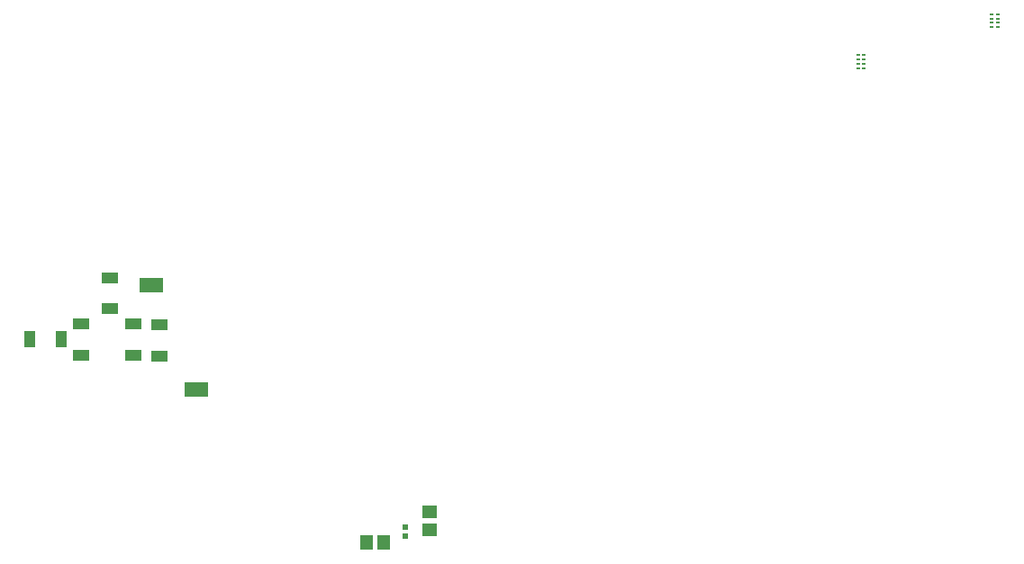
<source format=gbr>
%TF.GenerationSoftware,Altium Limited,Altium Designer,25.8.1 (18)*%
G04 Layer_Color=128*
%FSLAX45Y45*%
%MOMM*%
%TF.SameCoordinates,C91546C2-10F2-4142-A55A-9FF34A01A7B4*%
%TF.FilePolarity,Positive*%
%TF.FileFunction,Paste,Bot*%
%TF.Part,Single*%
G01*
G75*
%TA.AperFunction,SMDPad,CuDef*%
%ADD22R,1.60000X1.05000*%
%ADD25R,0.57247X0.61535*%
%ADD27R,1.05000X1.60000*%
%ADD29R,2.20000X1.40000*%
%ADD43R,1.45620X1.25464*%
%ADD169R,1.25464X1.45620*%
%ADD170R,0.30000X0.17500*%
D22*
X4320000Y6960000D02*
D03*
X4780000Y6222500D02*
D03*
X4538131Y6227211D02*
D03*
X4050000Y6230000D02*
D03*
X4780000Y6517500D02*
D03*
X4320000Y6665000D02*
D03*
X4538131Y6522211D02*
D03*
X4050000Y6525000D02*
D03*
D25*
X7097654Y4612640D02*
D03*
Y4526927D02*
D03*
D27*
X3567100Y6382660D02*
D03*
X3862100D02*
D03*
D29*
X5130000Y5910000D02*
D03*
X4710000Y6890000D02*
D03*
D43*
X7324487Y4752109D02*
D03*
Y4586953D02*
D03*
D169*
X6730742Y4462930D02*
D03*
X6895898D02*
D03*
D170*
X12611100Y9317360D02*
D03*
Y9437360D02*
D03*
Y9357360D02*
D03*
Y9397360D02*
D03*
X12666100D02*
D03*
Y9437360D02*
D03*
Y9317360D02*
D03*
Y9357360D02*
D03*
X11350160Y8971600D02*
D03*
Y9011600D02*
D03*
Y9051600D02*
D03*
Y8931600D02*
D03*
X11405160Y8971600D02*
D03*
Y9011600D02*
D03*
Y9051600D02*
D03*
Y8931600D02*
D03*
%TF.MD5,54c98469695d5096b0f50b78c237bfea*%
M02*

</source>
